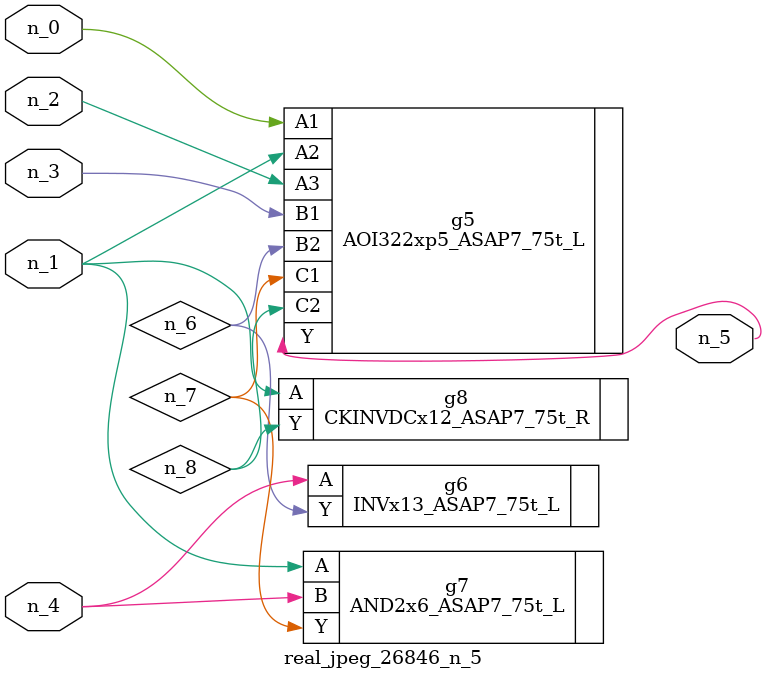
<source format=v>
module real_jpeg_26846_n_5 (n_4, n_0, n_1, n_2, n_3, n_5);

input n_4;
input n_0;
input n_1;
input n_2;
input n_3;

output n_5;

wire n_8;
wire n_6;
wire n_7;

AOI322xp5_ASAP7_75t_L g5 ( 
.A1(n_0),
.A2(n_1),
.A3(n_2),
.B1(n_3),
.B2(n_6),
.C1(n_7),
.C2(n_8),
.Y(n_5)
);

AND2x6_ASAP7_75t_L g7 ( 
.A(n_1),
.B(n_4),
.Y(n_7)
);

CKINVDCx12_ASAP7_75t_R g8 ( 
.A(n_1),
.Y(n_8)
);

INVx13_ASAP7_75t_L g6 ( 
.A(n_4),
.Y(n_6)
);


endmodule
</source>
